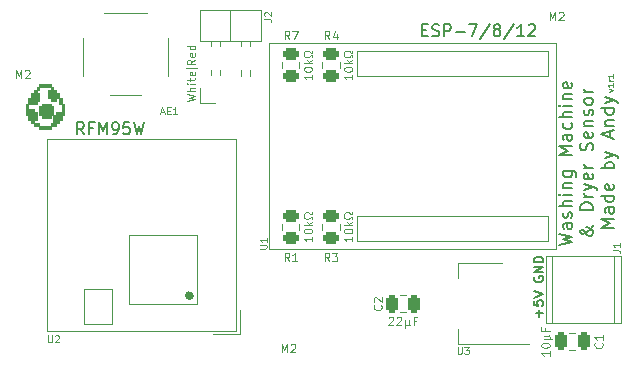
<source format=gto>
G04 #@! TF.GenerationSoftware,KiCad,Pcbnew,(6.0.2)*
G04 #@! TF.CreationDate,2022-09-28T01:25:07+02:00*
G04 #@! TF.ProjectId,Washing-Machine-Sensor,57617368-696e-4672-9d4d-616368696e65,rev?*
G04 #@! TF.SameCoordinates,Original*
G04 #@! TF.FileFunction,Legend,Top*
G04 #@! TF.FilePolarity,Positive*
%FSLAX46Y46*%
G04 Gerber Fmt 4.6, Leading zero omitted, Abs format (unit mm)*
G04 Created by KiCad (PCBNEW (6.0.2)) date 2022-09-28 01:25:07*
%MOMM*%
%LPD*%
G01*
G04 APERTURE LIST*
G04 Aperture macros list*
%AMRoundRect*
0 Rectangle with rounded corners*
0 $1 Rounding radius*
0 $2 $3 $4 $5 $6 $7 $8 $9 X,Y pos of 4 corners*
0 Add a 4 corners polygon primitive as box body*
4,1,4,$2,$3,$4,$5,$6,$7,$8,$9,$2,$3,0*
0 Add four circle primitives for the rounded corners*
1,1,$1+$1,$2,$3*
1,1,$1+$1,$4,$5*
1,1,$1+$1,$6,$7*
1,1,$1+$1,$8,$9*
0 Add four rect primitives between the rounded corners*
20,1,$1+$1,$2,$3,$4,$5,0*
20,1,$1+$1,$4,$5,$6,$7,0*
20,1,$1+$1,$6,$7,$8,$9,0*
20,1,$1+$1,$8,$9,$2,$3,0*%
G04 Aperture macros list end*
%ADD10C,0.120000*%
%ADD11C,0.100000*%
%ADD12C,0.360000*%
%ADD13C,0.150000*%
%ADD14C,0.200000*%
%ADD15C,0.010000*%
%ADD16R,1.350000X1.350000*%
%ADD17O,1.350000X1.350000*%
%ADD18C,1.350000*%
%ADD19RoundRect,0.250000X0.250000X0.475000X-0.250000X0.475000X-0.250000X-0.475000X0.250000X-0.475000X0*%
%ADD20RoundRect,0.250000X0.450000X-0.262500X0.450000X0.262500X-0.450000X0.262500X-0.450000X-0.262500X0*%
%ADD21R,2.200000X2.200000*%
%ADD22C,2.200000*%
%ADD23C,0.700000*%
%ADD24C,4.400000*%
%ADD25RoundRect,0.250000X-0.450000X0.262500X-0.450000X-0.262500X0.450000X-0.262500X0.450000X0.262500X0*%
%ADD26R,2.000000X1.500000*%
%ADD27R,2.000000X3.800000*%
%ADD28C,2.250000*%
%ADD29R,1.700000X1.700000*%
%ADD30O,1.700000X1.700000*%
%ADD31R,1.600000X1.600000*%
%ADD32O,1.600000X1.600000*%
G04 APERTURE END LIST*
D10*
X161800000Y-109300000D02*
X167600000Y-109300000D01*
X167600000Y-109300000D02*
X167600000Y-115100000D01*
X167600000Y-115100000D02*
X161800000Y-115100000D01*
X161800000Y-115100000D02*
X161800000Y-109300000D01*
X158000000Y-113900000D02*
X160400000Y-113900000D01*
X160400000Y-113900000D02*
X160400000Y-116800000D01*
X160400000Y-116800000D02*
X158000000Y-116800000D01*
X158000000Y-116800000D02*
X158000000Y-113900000D01*
D11*
X167204628Y-114400000D02*
X167186257Y-114295811D01*
X167186257Y-114295811D02*
X167133359Y-114204189D01*
X167133359Y-114204189D02*
X167052314Y-114136184D01*
X167052314Y-114136184D02*
X166952898Y-114100000D01*
X166952898Y-114100000D02*
X166847102Y-114100000D01*
X166847102Y-114100000D02*
X166747686Y-114136184D01*
X166747686Y-114136184D02*
X166666641Y-114204189D01*
X166666641Y-114204189D02*
X166613743Y-114295811D01*
X166613743Y-114295811D02*
X166595372Y-114400000D01*
X166595372Y-114400000D02*
X166613743Y-114504189D01*
X166613743Y-114504189D02*
X166666641Y-114595811D01*
X166666641Y-114595811D02*
X166747686Y-114663816D01*
X166747686Y-114663816D02*
X166847102Y-114700000D01*
X166847102Y-114700000D02*
X166952898Y-114700000D01*
X166952898Y-114700000D02*
X167052314Y-114663816D01*
X167052314Y-114663816D02*
X167133359Y-114595811D01*
X167133359Y-114595811D02*
X167186257Y-114504189D01*
X167186257Y-114504189D02*
X167204628Y-114400000D01*
D12*
X167080000Y-114400000D02*
G75*
G03*
X167080000Y-114400000I-180000J0D01*
G01*
D10*
X167600000Y-95150000D02*
X166650000Y-95150000D01*
D13*
X196100000Y-112809523D02*
X196061904Y-112885714D01*
X196061904Y-113000000D01*
X196100000Y-113114285D01*
X196176190Y-113190476D01*
X196252380Y-113228571D01*
X196404761Y-113266666D01*
X196519047Y-113266666D01*
X196671428Y-113228571D01*
X196747619Y-113190476D01*
X196823809Y-113114285D01*
X196861904Y-113000000D01*
X196861904Y-112923809D01*
X196823809Y-112809523D01*
X196785714Y-112771428D01*
X196519047Y-112771428D01*
X196519047Y-112923809D01*
X196861904Y-112428571D02*
X196061904Y-112428571D01*
X196861904Y-111971428D01*
X196061904Y-111971428D01*
X196861904Y-111590476D02*
X196061904Y-111590476D01*
X196061904Y-111400000D01*
X196100000Y-111285714D01*
X196176190Y-111209523D01*
X196252380Y-111171428D01*
X196404761Y-111133333D01*
X196519047Y-111133333D01*
X196671428Y-111171428D01*
X196747619Y-111209523D01*
X196823809Y-111285714D01*
X196861904Y-111400000D01*
X196861904Y-111590476D01*
D10*
X166716666Y-97983333D02*
X167416666Y-97816666D01*
X166916666Y-97683333D01*
X167416666Y-97550000D01*
X166716666Y-97383333D01*
X167416666Y-97116666D02*
X166716666Y-97116666D01*
X167416666Y-96816666D02*
X167050000Y-96816666D01*
X166983333Y-96850000D01*
X166950000Y-96916666D01*
X166950000Y-97016666D01*
X166983333Y-97083333D01*
X167016666Y-97116666D01*
X167416666Y-96483333D02*
X166950000Y-96483333D01*
X166716666Y-96483333D02*
X166750000Y-96516666D01*
X166783333Y-96483333D01*
X166750000Y-96450000D01*
X166716666Y-96483333D01*
X166783333Y-96483333D01*
X166950000Y-96250000D02*
X166950000Y-95983333D01*
X166716666Y-96150000D02*
X167316666Y-96150000D01*
X167383333Y-96116666D01*
X167416666Y-96050000D01*
X167416666Y-95983333D01*
X167383333Y-95483333D02*
X167416666Y-95550000D01*
X167416666Y-95683333D01*
X167383333Y-95750000D01*
X167316666Y-95783333D01*
X167050000Y-95783333D01*
X166983333Y-95750000D01*
X166950000Y-95683333D01*
X166950000Y-95550000D01*
X166983333Y-95483333D01*
X167050000Y-95450000D01*
X167116666Y-95450000D01*
X167183333Y-95783333D01*
D13*
X196557142Y-116228571D02*
X196557142Y-115619047D01*
X196861904Y-115923809D02*
X196252380Y-115923809D01*
X196061904Y-114857142D02*
X196061904Y-115238095D01*
X196442857Y-115276190D01*
X196404761Y-115238095D01*
X196366666Y-115161904D01*
X196366666Y-114971428D01*
X196404761Y-114895238D01*
X196442857Y-114857142D01*
X196519047Y-114819047D01*
X196709523Y-114819047D01*
X196785714Y-114857142D01*
X196823809Y-114895238D01*
X196861904Y-114971428D01*
X196861904Y-115161904D01*
X196823809Y-115238095D01*
X196785714Y-115276190D01*
X196061904Y-114590476D02*
X196861904Y-114323809D01*
X196061904Y-114057142D01*
D14*
X198226619Y-110114285D02*
X199326619Y-109852380D01*
X198540904Y-109642857D01*
X199326619Y-109433333D01*
X198226619Y-109171428D01*
X199326619Y-108280952D02*
X198750428Y-108280952D01*
X198645666Y-108333333D01*
X198593285Y-108438095D01*
X198593285Y-108647619D01*
X198645666Y-108752380D01*
X199274238Y-108280952D02*
X199326619Y-108385714D01*
X199326619Y-108647619D01*
X199274238Y-108752380D01*
X199169476Y-108804761D01*
X199064714Y-108804761D01*
X198959952Y-108752380D01*
X198907571Y-108647619D01*
X198907571Y-108385714D01*
X198855190Y-108280952D01*
X199274238Y-107809523D02*
X199326619Y-107704761D01*
X199326619Y-107495238D01*
X199274238Y-107390476D01*
X199169476Y-107338095D01*
X199117095Y-107338095D01*
X199012333Y-107390476D01*
X198959952Y-107495238D01*
X198959952Y-107652380D01*
X198907571Y-107757142D01*
X198802809Y-107809523D01*
X198750428Y-107809523D01*
X198645666Y-107757142D01*
X198593285Y-107652380D01*
X198593285Y-107495238D01*
X198645666Y-107390476D01*
X199326619Y-106866666D02*
X198226619Y-106866666D01*
X199326619Y-106395238D02*
X198750428Y-106395238D01*
X198645666Y-106447619D01*
X198593285Y-106552380D01*
X198593285Y-106709523D01*
X198645666Y-106814285D01*
X198698047Y-106866666D01*
X199326619Y-105871428D02*
X198593285Y-105871428D01*
X198226619Y-105871428D02*
X198279000Y-105923809D01*
X198331380Y-105871428D01*
X198279000Y-105819047D01*
X198226619Y-105871428D01*
X198331380Y-105871428D01*
X198593285Y-105347619D02*
X199326619Y-105347619D01*
X198698047Y-105347619D02*
X198645666Y-105295238D01*
X198593285Y-105190476D01*
X198593285Y-105033333D01*
X198645666Y-104928571D01*
X198750428Y-104876190D01*
X199326619Y-104876190D01*
X198593285Y-103880952D02*
X199483761Y-103880952D01*
X199588523Y-103933333D01*
X199640904Y-103985714D01*
X199693285Y-104090476D01*
X199693285Y-104247619D01*
X199640904Y-104352380D01*
X199274238Y-103880952D02*
X199326619Y-103985714D01*
X199326619Y-104195238D01*
X199274238Y-104300000D01*
X199221857Y-104352380D01*
X199117095Y-104404761D01*
X198802809Y-104404761D01*
X198698047Y-104352380D01*
X198645666Y-104300000D01*
X198593285Y-104195238D01*
X198593285Y-103985714D01*
X198645666Y-103880952D01*
X199326619Y-102519047D02*
X198226619Y-102519047D01*
X199012333Y-102152380D01*
X198226619Y-101785714D01*
X199326619Y-101785714D01*
X199326619Y-100790476D02*
X198750428Y-100790476D01*
X198645666Y-100842857D01*
X198593285Y-100947619D01*
X198593285Y-101157142D01*
X198645666Y-101261904D01*
X199274238Y-100790476D02*
X199326619Y-100895238D01*
X199326619Y-101157142D01*
X199274238Y-101261904D01*
X199169476Y-101314285D01*
X199064714Y-101314285D01*
X198959952Y-101261904D01*
X198907571Y-101157142D01*
X198907571Y-100895238D01*
X198855190Y-100790476D01*
X199274238Y-99795238D02*
X199326619Y-99900000D01*
X199326619Y-100109523D01*
X199274238Y-100214285D01*
X199221857Y-100266666D01*
X199117095Y-100319047D01*
X198802809Y-100319047D01*
X198698047Y-100266666D01*
X198645666Y-100214285D01*
X198593285Y-100109523D01*
X198593285Y-99900000D01*
X198645666Y-99795238D01*
X199326619Y-99323809D02*
X198226619Y-99323809D01*
X199326619Y-98852380D02*
X198750428Y-98852380D01*
X198645666Y-98904761D01*
X198593285Y-99009523D01*
X198593285Y-99166666D01*
X198645666Y-99271428D01*
X198698047Y-99323809D01*
X199326619Y-98328571D02*
X198593285Y-98328571D01*
X198226619Y-98328571D02*
X198279000Y-98380952D01*
X198331380Y-98328571D01*
X198279000Y-98276190D01*
X198226619Y-98328571D01*
X198331380Y-98328571D01*
X198593285Y-97804761D02*
X199326619Y-97804761D01*
X198698047Y-97804761D02*
X198645666Y-97752380D01*
X198593285Y-97647619D01*
X198593285Y-97490476D01*
X198645666Y-97385714D01*
X198750428Y-97333333D01*
X199326619Y-97333333D01*
X199274238Y-96390476D02*
X199326619Y-96495238D01*
X199326619Y-96704761D01*
X199274238Y-96809523D01*
X199169476Y-96861904D01*
X198750428Y-96861904D01*
X198645666Y-96809523D01*
X198593285Y-96704761D01*
X198593285Y-96495238D01*
X198645666Y-96390476D01*
X198750428Y-96338095D01*
X198855190Y-96338095D01*
X198959952Y-96861904D01*
X201097619Y-108464285D02*
X201097619Y-108516666D01*
X201045238Y-108621428D01*
X200888095Y-108778571D01*
X200573809Y-109040476D01*
X200416666Y-109145238D01*
X200259523Y-109197619D01*
X200154761Y-109197619D01*
X200050000Y-109145238D01*
X199997619Y-109040476D01*
X199997619Y-108988095D01*
X200050000Y-108883333D01*
X200154761Y-108830952D01*
X200207142Y-108830952D01*
X200311904Y-108883333D01*
X200364285Y-108935714D01*
X200573809Y-109250000D01*
X200626190Y-109302380D01*
X200730952Y-109354761D01*
X200888095Y-109354761D01*
X200992857Y-109302380D01*
X201045238Y-109250000D01*
X201097619Y-109145238D01*
X201097619Y-108988095D01*
X201045238Y-108883333D01*
X200992857Y-108830952D01*
X200783333Y-108673809D01*
X200626190Y-108621428D01*
X200521428Y-108621428D01*
X201097619Y-107154761D02*
X199997619Y-107154761D01*
X199997619Y-106892857D01*
X200050000Y-106735714D01*
X200154761Y-106630952D01*
X200259523Y-106578571D01*
X200469047Y-106526190D01*
X200626190Y-106526190D01*
X200835714Y-106578571D01*
X200940476Y-106630952D01*
X201045238Y-106735714D01*
X201097619Y-106892857D01*
X201097619Y-107154761D01*
X201097619Y-106054761D02*
X200364285Y-106054761D01*
X200573809Y-106054761D02*
X200469047Y-106002380D01*
X200416666Y-105950000D01*
X200364285Y-105845238D01*
X200364285Y-105740476D01*
X200364285Y-105478571D02*
X201097619Y-105216666D01*
X200364285Y-104954761D02*
X201097619Y-105216666D01*
X201359523Y-105321428D01*
X201411904Y-105373809D01*
X201464285Y-105478571D01*
X201045238Y-104116666D02*
X201097619Y-104221428D01*
X201097619Y-104430952D01*
X201045238Y-104535714D01*
X200940476Y-104588095D01*
X200521428Y-104588095D01*
X200416666Y-104535714D01*
X200364285Y-104430952D01*
X200364285Y-104221428D01*
X200416666Y-104116666D01*
X200521428Y-104064285D01*
X200626190Y-104064285D01*
X200730952Y-104588095D01*
X201097619Y-103592857D02*
X200364285Y-103592857D01*
X200573809Y-103592857D02*
X200469047Y-103540476D01*
X200416666Y-103488095D01*
X200364285Y-103383333D01*
X200364285Y-103278571D01*
X201045238Y-102126190D02*
X201097619Y-101969047D01*
X201097619Y-101707142D01*
X201045238Y-101602380D01*
X200992857Y-101550000D01*
X200888095Y-101497619D01*
X200783333Y-101497619D01*
X200678571Y-101550000D01*
X200626190Y-101602380D01*
X200573809Y-101707142D01*
X200521428Y-101916666D01*
X200469047Y-102021428D01*
X200416666Y-102073809D01*
X200311904Y-102126190D01*
X200207142Y-102126190D01*
X200102380Y-102073809D01*
X200050000Y-102021428D01*
X199997619Y-101916666D01*
X199997619Y-101654761D01*
X200050000Y-101497619D01*
X201045238Y-100607142D02*
X201097619Y-100711904D01*
X201097619Y-100921428D01*
X201045238Y-101026190D01*
X200940476Y-101078571D01*
X200521428Y-101078571D01*
X200416666Y-101026190D01*
X200364285Y-100921428D01*
X200364285Y-100711904D01*
X200416666Y-100607142D01*
X200521428Y-100554761D01*
X200626190Y-100554761D01*
X200730952Y-101078571D01*
X200364285Y-100083333D02*
X201097619Y-100083333D01*
X200469047Y-100083333D02*
X200416666Y-100030952D01*
X200364285Y-99926190D01*
X200364285Y-99769047D01*
X200416666Y-99664285D01*
X200521428Y-99611904D01*
X201097619Y-99611904D01*
X201045238Y-99140476D02*
X201097619Y-99035714D01*
X201097619Y-98826190D01*
X201045238Y-98721428D01*
X200940476Y-98669047D01*
X200888095Y-98669047D01*
X200783333Y-98721428D01*
X200730952Y-98826190D01*
X200730952Y-98983333D01*
X200678571Y-99088095D01*
X200573809Y-99140476D01*
X200521428Y-99140476D01*
X200416666Y-99088095D01*
X200364285Y-98983333D01*
X200364285Y-98826190D01*
X200416666Y-98721428D01*
X201097619Y-98040476D02*
X201045238Y-98145238D01*
X200992857Y-98197619D01*
X200888095Y-98250000D01*
X200573809Y-98250000D01*
X200469047Y-98197619D01*
X200416666Y-98145238D01*
X200364285Y-98040476D01*
X200364285Y-97883333D01*
X200416666Y-97778571D01*
X200469047Y-97726190D01*
X200573809Y-97673809D01*
X200888095Y-97673809D01*
X200992857Y-97726190D01*
X201045238Y-97778571D01*
X201097619Y-97883333D01*
X201097619Y-98040476D01*
X201097619Y-97202380D02*
X200364285Y-97202380D01*
X200573809Y-97202380D02*
X200469047Y-97150000D01*
X200416666Y-97097619D01*
X200364285Y-96992857D01*
X200364285Y-96888095D01*
X202868619Y-108673809D02*
X201768619Y-108673809D01*
X202554333Y-108307142D01*
X201768619Y-107940476D01*
X202868619Y-107940476D01*
X202868619Y-106945238D02*
X202292428Y-106945238D01*
X202187666Y-106997619D01*
X202135285Y-107102380D01*
X202135285Y-107311904D01*
X202187666Y-107416666D01*
X202816238Y-106945238D02*
X202868619Y-107050000D01*
X202868619Y-107311904D01*
X202816238Y-107416666D01*
X202711476Y-107469047D01*
X202606714Y-107469047D01*
X202501952Y-107416666D01*
X202449571Y-107311904D01*
X202449571Y-107050000D01*
X202397190Y-106945238D01*
X202868619Y-105950000D02*
X201768619Y-105950000D01*
X202816238Y-105950000D02*
X202868619Y-106054761D01*
X202868619Y-106264285D01*
X202816238Y-106369047D01*
X202763857Y-106421428D01*
X202659095Y-106473809D01*
X202344809Y-106473809D01*
X202240047Y-106421428D01*
X202187666Y-106369047D01*
X202135285Y-106264285D01*
X202135285Y-106054761D01*
X202187666Y-105950000D01*
X202816238Y-105007142D02*
X202868619Y-105111904D01*
X202868619Y-105321428D01*
X202816238Y-105426190D01*
X202711476Y-105478571D01*
X202292428Y-105478571D01*
X202187666Y-105426190D01*
X202135285Y-105321428D01*
X202135285Y-105111904D01*
X202187666Y-105007142D01*
X202292428Y-104954761D01*
X202397190Y-104954761D01*
X202501952Y-105478571D01*
X202868619Y-103645238D02*
X201768619Y-103645238D01*
X202187666Y-103645238D02*
X202135285Y-103540476D01*
X202135285Y-103330952D01*
X202187666Y-103226190D01*
X202240047Y-103173809D01*
X202344809Y-103121428D01*
X202659095Y-103121428D01*
X202763857Y-103173809D01*
X202816238Y-103226190D01*
X202868619Y-103330952D01*
X202868619Y-103540476D01*
X202816238Y-103645238D01*
X202135285Y-102754761D02*
X202868619Y-102492857D01*
X202135285Y-102230952D02*
X202868619Y-102492857D01*
X203130523Y-102597619D01*
X203182904Y-102650000D01*
X203235285Y-102754761D01*
X202554333Y-101026190D02*
X202554333Y-100502380D01*
X202868619Y-101130952D02*
X201768619Y-100764285D01*
X202868619Y-100397619D01*
X202135285Y-100030952D02*
X202868619Y-100030952D01*
X202240047Y-100030952D02*
X202187666Y-99978571D01*
X202135285Y-99873809D01*
X202135285Y-99716666D01*
X202187666Y-99611904D01*
X202292428Y-99559523D01*
X202868619Y-99559523D01*
X202868619Y-98564285D02*
X201768619Y-98564285D01*
X202816238Y-98564285D02*
X202868619Y-98669047D01*
X202868619Y-98878571D01*
X202816238Y-98983333D01*
X202763857Y-99035714D01*
X202659095Y-99088095D01*
X202344809Y-99088095D01*
X202240047Y-99035714D01*
X202187666Y-98983333D01*
X202135285Y-98878571D01*
X202135285Y-98669047D01*
X202187666Y-98564285D01*
X202135285Y-98145238D02*
X202868619Y-97883333D01*
X202135285Y-97621428D02*
X202868619Y-97883333D01*
X203130523Y-97988095D01*
X203182904Y-98040476D01*
X203235285Y-98145238D01*
D10*
X167416666Y-94450000D02*
X167083333Y-94683333D01*
X167416666Y-94850000D02*
X166716666Y-94850000D01*
X166716666Y-94583333D01*
X166750000Y-94516666D01*
X166783333Y-94483333D01*
X166850000Y-94450000D01*
X166950000Y-94450000D01*
X167016666Y-94483333D01*
X167050000Y-94516666D01*
X167083333Y-94583333D01*
X167083333Y-94850000D01*
X167383333Y-93883333D02*
X167416666Y-93950000D01*
X167416666Y-94083333D01*
X167383333Y-94150000D01*
X167316666Y-94183333D01*
X167050000Y-94183333D01*
X166983333Y-94150000D01*
X166950000Y-94083333D01*
X166950000Y-93950000D01*
X166983333Y-93883333D01*
X167050000Y-93850000D01*
X167116666Y-93850000D01*
X167183333Y-94183333D01*
X167416666Y-93250000D02*
X166716666Y-93250000D01*
X167383333Y-93250000D02*
X167416666Y-93316666D01*
X167416666Y-93450000D01*
X167383333Y-93516666D01*
X167350000Y-93550000D01*
X167283333Y-93583333D01*
X167083333Y-93583333D01*
X167016666Y-93550000D01*
X166983333Y-93516666D01*
X166950000Y-93450000D01*
X166950000Y-93316666D01*
X166983333Y-93250000D01*
D11*
X202492857Y-97150000D02*
X202826190Y-97030952D01*
X202492857Y-96911904D01*
X202826190Y-96459523D02*
X202826190Y-96745238D01*
X202826190Y-96602380D02*
X202326190Y-96602380D01*
X202397619Y-96650000D01*
X202445238Y-96697619D01*
X202469047Y-96745238D01*
X202826190Y-96245238D02*
X202492857Y-96245238D01*
X202588095Y-96245238D02*
X202540476Y-96221428D01*
X202516666Y-96197619D01*
X202492857Y-96150000D01*
X202492857Y-96102380D01*
X202826190Y-95673809D02*
X202826190Y-95959523D01*
X202826190Y-95816666D02*
X202326190Y-95816666D01*
X202397619Y-95864285D01*
X202445238Y-95911904D01*
X202469047Y-95959523D01*
D10*
X172871428Y-110457142D02*
X173357142Y-110457142D01*
X173414285Y-110428571D01*
X173442857Y-110400000D01*
X173471428Y-110342857D01*
X173471428Y-110228571D01*
X173442857Y-110171428D01*
X173414285Y-110142857D01*
X173357142Y-110114285D01*
X172871428Y-110114285D01*
X173471428Y-109514285D02*
X173471428Y-109857142D01*
X173471428Y-109685714D02*
X172871428Y-109685714D01*
X172957142Y-109742857D01*
X173014285Y-109800000D01*
X173042857Y-109857142D01*
D14*
X186638095Y-91928571D02*
X186971428Y-91928571D01*
X187114285Y-92452380D02*
X186638095Y-92452380D01*
X186638095Y-91452380D01*
X187114285Y-91452380D01*
X187495238Y-92404761D02*
X187638095Y-92452380D01*
X187876190Y-92452380D01*
X187971428Y-92404761D01*
X188019047Y-92357142D01*
X188066666Y-92261904D01*
X188066666Y-92166666D01*
X188019047Y-92071428D01*
X187971428Y-92023809D01*
X187876190Y-91976190D01*
X187685714Y-91928571D01*
X187590476Y-91880952D01*
X187542857Y-91833333D01*
X187495238Y-91738095D01*
X187495238Y-91642857D01*
X187542857Y-91547619D01*
X187590476Y-91500000D01*
X187685714Y-91452380D01*
X187923809Y-91452380D01*
X188066666Y-91500000D01*
X188495238Y-92452380D02*
X188495238Y-91452380D01*
X188876190Y-91452380D01*
X188971428Y-91500000D01*
X189019047Y-91547619D01*
X189066666Y-91642857D01*
X189066666Y-91785714D01*
X189019047Y-91880952D01*
X188971428Y-91928571D01*
X188876190Y-91976190D01*
X188495238Y-91976190D01*
X189495238Y-92071428D02*
X190257142Y-92071428D01*
X190638095Y-91452380D02*
X191304761Y-91452380D01*
X190876190Y-92452380D01*
X192400000Y-91404761D02*
X191542857Y-92690476D01*
X192876190Y-91880952D02*
X192780952Y-91833333D01*
X192733333Y-91785714D01*
X192685714Y-91690476D01*
X192685714Y-91642857D01*
X192733333Y-91547619D01*
X192780952Y-91500000D01*
X192876190Y-91452380D01*
X193066666Y-91452380D01*
X193161904Y-91500000D01*
X193209523Y-91547619D01*
X193257142Y-91642857D01*
X193257142Y-91690476D01*
X193209523Y-91785714D01*
X193161904Y-91833333D01*
X193066666Y-91880952D01*
X192876190Y-91880952D01*
X192780952Y-91928571D01*
X192733333Y-91976190D01*
X192685714Y-92071428D01*
X192685714Y-92261904D01*
X192733333Y-92357142D01*
X192780952Y-92404761D01*
X192876190Y-92452380D01*
X193066666Y-92452380D01*
X193161904Y-92404761D01*
X193209523Y-92357142D01*
X193257142Y-92261904D01*
X193257142Y-92071428D01*
X193209523Y-91976190D01*
X193161904Y-91928571D01*
X193066666Y-91880952D01*
X194400000Y-91404761D02*
X193542857Y-92690476D01*
X195257142Y-92452380D02*
X194685714Y-92452380D01*
X194971428Y-92452380D02*
X194971428Y-91452380D01*
X194876190Y-91595238D01*
X194780952Y-91690476D01*
X194685714Y-91738095D01*
X195638095Y-91547619D02*
X195685714Y-91500000D01*
X195780952Y-91452380D01*
X196019047Y-91452380D01*
X196114285Y-91500000D01*
X196161904Y-91547619D01*
X196209523Y-91642857D01*
X196209523Y-91738095D01*
X196161904Y-91880952D01*
X195590476Y-92452380D01*
X196209523Y-92452380D01*
D10*
X201850000Y-118416666D02*
X201883333Y-118450000D01*
X201916666Y-118550000D01*
X201916666Y-118616666D01*
X201883333Y-118716666D01*
X201816666Y-118783333D01*
X201750000Y-118816666D01*
X201616666Y-118850000D01*
X201516666Y-118850000D01*
X201383333Y-118816666D01*
X201316666Y-118783333D01*
X201250000Y-118716666D01*
X201216666Y-118616666D01*
X201216666Y-118550000D01*
X201250000Y-118450000D01*
X201283333Y-118416666D01*
X201916666Y-117750000D02*
X201916666Y-118150000D01*
X201916666Y-117950000D02*
X201216666Y-117950000D01*
X201316666Y-118016666D01*
X201383333Y-118083333D01*
X201416666Y-118150000D01*
X197416666Y-119100000D02*
X197416666Y-119500000D01*
X197416666Y-119300000D02*
X196716666Y-119300000D01*
X196816666Y-119366666D01*
X196883333Y-119433333D01*
X196916666Y-119500000D01*
X196716666Y-118666666D02*
X196716666Y-118600000D01*
X196750000Y-118533333D01*
X196783333Y-118500000D01*
X196850000Y-118466666D01*
X196983333Y-118433333D01*
X197150000Y-118433333D01*
X197283333Y-118466666D01*
X197350000Y-118500000D01*
X197383333Y-118533333D01*
X197416666Y-118600000D01*
X197416666Y-118666666D01*
X197383333Y-118733333D01*
X197350000Y-118766666D01*
X197283333Y-118800000D01*
X197150000Y-118833333D01*
X196983333Y-118833333D01*
X196850000Y-118800000D01*
X196783333Y-118766666D01*
X196750000Y-118733333D01*
X196716666Y-118666666D01*
X196950000Y-118133333D02*
X197650000Y-118133333D01*
X197316666Y-117800000D02*
X197383333Y-117766666D01*
X197416666Y-117700000D01*
X197316666Y-118133333D02*
X197383333Y-118100000D01*
X197416666Y-118033333D01*
X197416666Y-117900000D01*
X197383333Y-117833333D01*
X197316666Y-117800000D01*
X196950000Y-117800000D01*
X197050000Y-117166666D02*
X197050000Y-117400000D01*
X197416666Y-117400000D02*
X196716666Y-117400000D01*
X196716666Y-117066666D01*
X175383333Y-111516666D02*
X175150000Y-111183333D01*
X174983333Y-111516666D02*
X174983333Y-110816666D01*
X175250000Y-110816666D01*
X175316666Y-110850000D01*
X175350000Y-110883333D01*
X175383333Y-110950000D01*
X175383333Y-111050000D01*
X175350000Y-111116666D01*
X175316666Y-111150000D01*
X175250000Y-111183333D01*
X174983333Y-111183333D01*
X176050000Y-111516666D02*
X175650000Y-111516666D01*
X175850000Y-111516666D02*
X175850000Y-110816666D01*
X175783333Y-110916666D01*
X175716666Y-110983333D01*
X175650000Y-111016666D01*
X177316666Y-109416666D02*
X177316666Y-109816666D01*
X177316666Y-109616666D02*
X176616666Y-109616666D01*
X176716666Y-109683333D01*
X176783333Y-109750000D01*
X176816666Y-109816666D01*
X176616666Y-108983333D02*
X176616666Y-108916666D01*
X176650000Y-108850000D01*
X176683333Y-108816666D01*
X176750000Y-108783333D01*
X176883333Y-108750000D01*
X177050000Y-108750000D01*
X177183333Y-108783333D01*
X177250000Y-108816666D01*
X177283333Y-108850000D01*
X177316666Y-108916666D01*
X177316666Y-108983333D01*
X177283333Y-109050000D01*
X177250000Y-109083333D01*
X177183333Y-109116666D01*
X177050000Y-109150000D01*
X176883333Y-109150000D01*
X176750000Y-109116666D01*
X176683333Y-109083333D01*
X176650000Y-109050000D01*
X176616666Y-108983333D01*
X177316666Y-108450000D02*
X176616666Y-108450000D01*
X177050000Y-108383333D02*
X177316666Y-108183333D01*
X176850000Y-108183333D02*
X177116666Y-108450000D01*
X177316666Y-107916666D02*
X177316666Y-107750000D01*
X177183333Y-107750000D01*
X177150000Y-107816666D01*
X177083333Y-107883333D01*
X176983333Y-107916666D01*
X176816666Y-107916666D01*
X176716666Y-107883333D01*
X176650000Y-107816666D01*
X176616666Y-107716666D01*
X176616666Y-107583333D01*
X176650000Y-107483333D01*
X176716666Y-107416666D01*
X176816666Y-107383333D01*
X176983333Y-107383333D01*
X177083333Y-107416666D01*
X177150000Y-107483333D01*
X177183333Y-107550000D01*
X177316666Y-107550000D01*
X177316666Y-107383333D01*
D11*
X202771428Y-110600000D02*
X203200000Y-110600000D01*
X203285714Y-110628571D01*
X203342857Y-110685714D01*
X203371428Y-110771428D01*
X203371428Y-110828571D01*
X203371428Y-110000000D02*
X203371428Y-110342857D01*
X203371428Y-110171428D02*
X202771428Y-110171428D01*
X202857142Y-110228571D01*
X202914285Y-110285714D01*
X202942857Y-110342857D01*
D10*
X178783333Y-111516666D02*
X178550000Y-111183333D01*
X178383333Y-111516666D02*
X178383333Y-110816666D01*
X178650000Y-110816666D01*
X178716666Y-110850000D01*
X178750000Y-110883333D01*
X178783333Y-110950000D01*
X178783333Y-111050000D01*
X178750000Y-111116666D01*
X178716666Y-111150000D01*
X178650000Y-111183333D01*
X178383333Y-111183333D01*
X179016666Y-110816666D02*
X179450000Y-110816666D01*
X179216666Y-111083333D01*
X179316666Y-111083333D01*
X179383333Y-111116666D01*
X179416666Y-111150000D01*
X179450000Y-111216666D01*
X179450000Y-111383333D01*
X179416666Y-111450000D01*
X179383333Y-111483333D01*
X179316666Y-111516666D01*
X179116666Y-111516666D01*
X179050000Y-111483333D01*
X179016666Y-111450000D01*
X180716666Y-109416666D02*
X180716666Y-109816666D01*
X180716666Y-109616666D02*
X180016666Y-109616666D01*
X180116666Y-109683333D01*
X180183333Y-109750000D01*
X180216666Y-109816666D01*
X180016666Y-108983333D02*
X180016666Y-108916666D01*
X180050000Y-108850000D01*
X180083333Y-108816666D01*
X180150000Y-108783333D01*
X180283333Y-108750000D01*
X180450000Y-108750000D01*
X180583333Y-108783333D01*
X180650000Y-108816666D01*
X180683333Y-108850000D01*
X180716666Y-108916666D01*
X180716666Y-108983333D01*
X180683333Y-109050000D01*
X180650000Y-109083333D01*
X180583333Y-109116666D01*
X180450000Y-109150000D01*
X180283333Y-109150000D01*
X180150000Y-109116666D01*
X180083333Y-109083333D01*
X180050000Y-109050000D01*
X180016666Y-108983333D01*
X180716666Y-108450000D02*
X180016666Y-108450000D01*
X180450000Y-108383333D02*
X180716666Y-108183333D01*
X180250000Y-108183333D02*
X180516666Y-108450000D01*
X180716666Y-107916666D02*
X180716666Y-107750000D01*
X180583333Y-107750000D01*
X180550000Y-107816666D01*
X180483333Y-107883333D01*
X180383333Y-107916666D01*
X180216666Y-107916666D01*
X180116666Y-107883333D01*
X180050000Y-107816666D01*
X180016666Y-107716666D01*
X180016666Y-107583333D01*
X180050000Y-107483333D01*
X180116666Y-107416666D01*
X180216666Y-107383333D01*
X180383333Y-107383333D01*
X180483333Y-107416666D01*
X180550000Y-107483333D01*
X180583333Y-107550000D01*
X180716666Y-107550000D01*
X180716666Y-107383333D01*
X152233333Y-96016666D02*
X152233333Y-95316666D01*
X152466666Y-95816666D01*
X152700000Y-95316666D01*
X152700000Y-96016666D01*
X153000000Y-95383333D02*
X153033333Y-95350000D01*
X153100000Y-95316666D01*
X153266666Y-95316666D01*
X153333333Y-95350000D01*
X153366666Y-95383333D01*
X153400000Y-95450000D01*
X153400000Y-95516666D01*
X153366666Y-95616666D01*
X152966666Y-96016666D01*
X153400000Y-96016666D01*
X174733333Y-119216666D02*
X174733333Y-118516666D01*
X174966666Y-119016666D01*
X175200000Y-118516666D01*
X175200000Y-119216666D01*
X175500000Y-118583333D02*
X175533333Y-118550000D01*
X175600000Y-118516666D01*
X175766666Y-118516666D01*
X175833333Y-118550000D01*
X175866666Y-118583333D01*
X175900000Y-118650000D01*
X175900000Y-118716666D01*
X175866666Y-118816666D01*
X175466666Y-119216666D01*
X175900000Y-119216666D01*
X175383333Y-92716666D02*
X175150000Y-92383333D01*
X174983333Y-92716666D02*
X174983333Y-92016666D01*
X175250000Y-92016666D01*
X175316666Y-92050000D01*
X175350000Y-92083333D01*
X175383333Y-92150000D01*
X175383333Y-92250000D01*
X175350000Y-92316666D01*
X175316666Y-92350000D01*
X175250000Y-92383333D01*
X174983333Y-92383333D01*
X175616666Y-92016666D02*
X176083333Y-92016666D01*
X175783333Y-92716666D01*
X177316666Y-95716666D02*
X177316666Y-96116666D01*
X177316666Y-95916666D02*
X176616666Y-95916666D01*
X176716666Y-95983333D01*
X176783333Y-96050000D01*
X176816666Y-96116666D01*
X176616666Y-95283333D02*
X176616666Y-95216666D01*
X176650000Y-95150000D01*
X176683333Y-95116666D01*
X176750000Y-95083333D01*
X176883333Y-95050000D01*
X177050000Y-95050000D01*
X177183333Y-95083333D01*
X177250000Y-95116666D01*
X177283333Y-95150000D01*
X177316666Y-95216666D01*
X177316666Y-95283333D01*
X177283333Y-95350000D01*
X177250000Y-95383333D01*
X177183333Y-95416666D01*
X177050000Y-95450000D01*
X176883333Y-95450000D01*
X176750000Y-95416666D01*
X176683333Y-95383333D01*
X176650000Y-95350000D01*
X176616666Y-95283333D01*
X177316666Y-94750000D02*
X176616666Y-94750000D01*
X177050000Y-94683333D02*
X177316666Y-94483333D01*
X176850000Y-94483333D02*
X177116666Y-94750000D01*
X177316666Y-94216666D02*
X177316666Y-94050000D01*
X177183333Y-94050000D01*
X177150000Y-94116666D01*
X177083333Y-94183333D01*
X176983333Y-94216666D01*
X176816666Y-94216666D01*
X176716666Y-94183333D01*
X176650000Y-94116666D01*
X176616666Y-94016666D01*
X176616666Y-93883333D01*
X176650000Y-93783333D01*
X176716666Y-93716666D01*
X176816666Y-93683333D01*
X176983333Y-93683333D01*
X177083333Y-93716666D01*
X177150000Y-93783333D01*
X177183333Y-93850000D01*
X177316666Y-93850000D01*
X177316666Y-93683333D01*
D11*
X154942857Y-117771428D02*
X154942857Y-118257142D01*
X154971428Y-118314285D01*
X155000000Y-118342857D01*
X155057142Y-118371428D01*
X155171428Y-118371428D01*
X155228571Y-118342857D01*
X155257142Y-118314285D01*
X155285714Y-118257142D01*
X155285714Y-117771428D01*
X155542857Y-117828571D02*
X155571428Y-117800000D01*
X155628571Y-117771428D01*
X155771428Y-117771428D01*
X155828571Y-117800000D01*
X155857142Y-117828571D01*
X155885714Y-117885714D01*
X155885714Y-117942857D01*
X155857142Y-118028571D01*
X155514285Y-118371428D01*
X155885714Y-118371428D01*
D14*
X157985714Y-100752380D02*
X157652380Y-100276190D01*
X157414285Y-100752380D02*
X157414285Y-99752380D01*
X157795238Y-99752380D01*
X157890476Y-99800000D01*
X157938095Y-99847619D01*
X157985714Y-99942857D01*
X157985714Y-100085714D01*
X157938095Y-100180952D01*
X157890476Y-100228571D01*
X157795238Y-100276190D01*
X157414285Y-100276190D01*
X158747619Y-100228571D02*
X158414285Y-100228571D01*
X158414285Y-100752380D02*
X158414285Y-99752380D01*
X158890476Y-99752380D01*
X159271428Y-100752380D02*
X159271428Y-99752380D01*
X159604761Y-100466666D01*
X159938095Y-99752380D01*
X159938095Y-100752380D01*
X160461904Y-100752380D02*
X160652380Y-100752380D01*
X160747619Y-100704761D01*
X160795238Y-100657142D01*
X160890476Y-100514285D01*
X160938095Y-100323809D01*
X160938095Y-99942857D01*
X160890476Y-99847619D01*
X160842857Y-99800000D01*
X160747619Y-99752380D01*
X160557142Y-99752380D01*
X160461904Y-99800000D01*
X160414285Y-99847619D01*
X160366666Y-99942857D01*
X160366666Y-100180952D01*
X160414285Y-100276190D01*
X160461904Y-100323809D01*
X160557142Y-100371428D01*
X160747619Y-100371428D01*
X160842857Y-100323809D01*
X160890476Y-100276190D01*
X160938095Y-100180952D01*
X161842857Y-99752380D02*
X161366666Y-99752380D01*
X161319047Y-100228571D01*
X161366666Y-100180952D01*
X161461904Y-100133333D01*
X161700000Y-100133333D01*
X161795238Y-100180952D01*
X161842857Y-100228571D01*
X161890476Y-100323809D01*
X161890476Y-100561904D01*
X161842857Y-100657142D01*
X161795238Y-100704761D01*
X161700000Y-100752380D01*
X161461904Y-100752380D01*
X161366666Y-100704761D01*
X161319047Y-100657142D01*
X162223809Y-99752380D02*
X162461904Y-100752380D01*
X162652380Y-100038095D01*
X162842857Y-100752380D01*
X163080952Y-99752380D01*
D11*
X189642857Y-118771428D02*
X189642857Y-119257142D01*
X189671428Y-119314285D01*
X189700000Y-119342857D01*
X189757142Y-119371428D01*
X189871428Y-119371428D01*
X189928571Y-119342857D01*
X189957142Y-119314285D01*
X189985714Y-119257142D01*
X189985714Y-118771428D01*
X190214285Y-118771428D02*
X190585714Y-118771428D01*
X190385714Y-119000000D01*
X190471428Y-119000000D01*
X190528571Y-119028571D01*
X190557142Y-119057142D01*
X190585714Y-119114285D01*
X190585714Y-119257142D01*
X190557142Y-119314285D01*
X190528571Y-119342857D01*
X190471428Y-119371428D01*
X190300000Y-119371428D01*
X190242857Y-119342857D01*
X190214285Y-119314285D01*
X164500000Y-98900000D02*
X164785714Y-98900000D01*
X164442857Y-99071428D02*
X164642857Y-98471428D01*
X164842857Y-99071428D01*
X165042857Y-98757142D02*
X165242857Y-98757142D01*
X165328571Y-99071428D02*
X165042857Y-99071428D01*
X165042857Y-98471428D01*
X165328571Y-98471428D01*
X165900000Y-99071428D02*
X165557142Y-99071428D01*
X165728571Y-99071428D02*
X165728571Y-98471428D01*
X165671428Y-98557142D01*
X165614285Y-98614285D01*
X165557142Y-98642857D01*
D10*
X183150000Y-115216666D02*
X183183333Y-115250000D01*
X183216666Y-115350000D01*
X183216666Y-115416666D01*
X183183333Y-115516666D01*
X183116666Y-115583333D01*
X183050000Y-115616666D01*
X182916666Y-115650000D01*
X182816666Y-115650000D01*
X182683333Y-115616666D01*
X182616666Y-115583333D01*
X182550000Y-115516666D01*
X182516666Y-115416666D01*
X182516666Y-115350000D01*
X182550000Y-115250000D01*
X182583333Y-115216666D01*
X182583333Y-114950000D02*
X182550000Y-114916666D01*
X182516666Y-114850000D01*
X182516666Y-114683333D01*
X182550000Y-114616666D01*
X182583333Y-114583333D01*
X182650000Y-114550000D01*
X182716666Y-114550000D01*
X182816666Y-114583333D01*
X183216666Y-114983333D01*
X183216666Y-114550000D01*
X183800000Y-116283333D02*
X183833333Y-116250000D01*
X183900000Y-116216666D01*
X184066666Y-116216666D01*
X184133333Y-116250000D01*
X184166666Y-116283333D01*
X184200000Y-116350000D01*
X184200000Y-116416666D01*
X184166666Y-116516666D01*
X183766666Y-116916666D01*
X184200000Y-116916666D01*
X184466666Y-116283333D02*
X184500000Y-116250000D01*
X184566666Y-116216666D01*
X184733333Y-116216666D01*
X184800000Y-116250000D01*
X184833333Y-116283333D01*
X184866666Y-116350000D01*
X184866666Y-116416666D01*
X184833333Y-116516666D01*
X184433333Y-116916666D01*
X184866666Y-116916666D01*
X185166666Y-116450000D02*
X185166666Y-117150000D01*
X185500000Y-116816666D02*
X185533333Y-116883333D01*
X185600000Y-116916666D01*
X185166666Y-116816666D02*
X185200000Y-116883333D01*
X185266666Y-116916666D01*
X185400000Y-116916666D01*
X185466666Y-116883333D01*
X185500000Y-116816666D01*
X185500000Y-116450000D01*
X186133333Y-116550000D02*
X185900000Y-116550000D01*
X185900000Y-116916666D02*
X185900000Y-116216666D01*
X186233333Y-116216666D01*
X197433333Y-91116666D02*
X197433333Y-90416666D01*
X197666666Y-90916666D01*
X197900000Y-90416666D01*
X197900000Y-91116666D01*
X198200000Y-90483333D02*
X198233333Y-90450000D01*
X198300000Y-90416666D01*
X198466666Y-90416666D01*
X198533333Y-90450000D01*
X198566666Y-90483333D01*
X198600000Y-90550000D01*
X198600000Y-90616666D01*
X198566666Y-90716666D01*
X198166666Y-91116666D01*
X198600000Y-91116666D01*
D11*
X173271428Y-91000000D02*
X173700000Y-91000000D01*
X173785714Y-91028571D01*
X173842857Y-91085714D01*
X173871428Y-91171428D01*
X173871428Y-91228571D01*
X173328571Y-90742857D02*
X173300000Y-90714285D01*
X173271428Y-90657142D01*
X173271428Y-90514285D01*
X173300000Y-90457142D01*
X173328571Y-90428571D01*
X173385714Y-90400000D01*
X173442857Y-90400000D01*
X173528571Y-90428571D01*
X173871428Y-90771428D01*
X173871428Y-90400000D01*
D10*
X178783333Y-92716666D02*
X178550000Y-92383333D01*
X178383333Y-92716666D02*
X178383333Y-92016666D01*
X178650000Y-92016666D01*
X178716666Y-92050000D01*
X178750000Y-92083333D01*
X178783333Y-92150000D01*
X178783333Y-92250000D01*
X178750000Y-92316666D01*
X178716666Y-92350000D01*
X178650000Y-92383333D01*
X178383333Y-92383333D01*
X179383333Y-92250000D02*
X179383333Y-92716666D01*
X179216666Y-91983333D02*
X179050000Y-92483333D01*
X179483333Y-92483333D01*
X180716666Y-95716666D02*
X180716666Y-96116666D01*
X180716666Y-95916666D02*
X180016666Y-95916666D01*
X180116666Y-95983333D01*
X180183333Y-96050000D01*
X180216666Y-96116666D01*
X180016666Y-95283333D02*
X180016666Y-95216666D01*
X180050000Y-95150000D01*
X180083333Y-95116666D01*
X180150000Y-95083333D01*
X180283333Y-95050000D01*
X180450000Y-95050000D01*
X180583333Y-95083333D01*
X180650000Y-95116666D01*
X180683333Y-95150000D01*
X180716666Y-95216666D01*
X180716666Y-95283333D01*
X180683333Y-95350000D01*
X180650000Y-95383333D01*
X180583333Y-95416666D01*
X180450000Y-95450000D01*
X180283333Y-95450000D01*
X180150000Y-95416666D01*
X180083333Y-95383333D01*
X180050000Y-95350000D01*
X180016666Y-95283333D01*
X180716666Y-94750000D02*
X180016666Y-94750000D01*
X180450000Y-94683333D02*
X180716666Y-94483333D01*
X180250000Y-94483333D02*
X180516666Y-94750000D01*
X180716666Y-94216666D02*
X180716666Y-94050000D01*
X180583333Y-94050000D01*
X180550000Y-94116666D01*
X180483333Y-94183333D01*
X180383333Y-94216666D01*
X180216666Y-94216666D01*
X180116666Y-94183333D01*
X180050000Y-94116666D01*
X180016666Y-94016666D01*
X180016666Y-93883333D01*
X180050000Y-93783333D01*
X180116666Y-93716666D01*
X180216666Y-93683333D01*
X180383333Y-93683333D01*
X180483333Y-93716666D01*
X180550000Y-93783333D01*
X180583333Y-93850000D01*
X180716666Y-93850000D01*
X180716666Y-93683333D01*
X181120500Y-95810000D02*
X197260000Y-95810000D01*
X197950000Y-93000000D02*
X173700000Y-93000000D01*
X173700000Y-93000000D02*
X173700000Y-110500000D01*
X197950000Y-110500000D02*
X173700000Y-110500000D01*
X181120500Y-107690000D02*
X197260000Y-107690000D01*
X197950000Y-93000000D02*
X197950000Y-110500000D01*
X181120500Y-109810000D02*
X181120500Y-107690000D01*
X181120500Y-109810000D02*
X197260000Y-109810000D01*
X181120500Y-95810000D02*
X181120500Y-93690000D01*
X197260000Y-109810000D02*
X197260000Y-107690000D01*
X197260000Y-95810000D02*
X197260000Y-93690000D01*
X181120500Y-93690000D02*
X197260000Y-93690000D01*
X199611252Y-117565000D02*
X199088748Y-117565000D01*
X199611252Y-119035000D02*
X199088748Y-119035000D01*
X174765000Y-108827064D02*
X174765000Y-108372936D01*
X176235000Y-108827064D02*
X176235000Y-108372936D01*
X202900000Y-116730000D02*
X202900000Y-111070000D01*
X203460000Y-116730000D02*
X203460000Y-111070000D01*
X197140000Y-116730000D02*
X197140000Y-111070000D01*
X197600000Y-116730000D02*
X197600000Y-111070000D01*
X197140000Y-111070000D02*
X203460000Y-111070000D01*
X197140000Y-116730000D02*
X203460000Y-116730000D01*
X179635000Y-108827064D02*
X179635000Y-108372936D01*
X178165000Y-108827064D02*
X178165000Y-108372936D01*
X176235000Y-94672936D02*
X176235000Y-95127064D01*
X174765000Y-94672936D02*
X174765000Y-95127064D01*
X170907500Y-117425000D02*
X154882500Y-117425000D01*
X170907500Y-101175000D02*
X170907500Y-117425000D01*
X154882500Y-117425000D02*
X154882500Y-101175000D01*
X171182500Y-117700000D02*
X168882500Y-117700000D01*
X154882500Y-101175000D02*
X170907500Y-101175000D01*
X171182500Y-115600000D02*
X171182500Y-117700000D01*
X189640000Y-111690000D02*
X189640000Y-112950000D01*
X189640000Y-118510000D02*
X189640000Y-117250000D01*
X193400000Y-111690000D02*
X189640000Y-111690000D01*
X195650000Y-118510000D02*
X189640000Y-118510000D01*
X159700000Y-90520000D02*
X163300000Y-90520000D01*
X165100000Y-92600000D02*
X165100000Y-95800000D01*
X157900000Y-92600000D02*
X157900000Y-95800000D01*
X160200000Y-97400000D02*
X162800000Y-97400000D01*
X185261252Y-114365000D02*
X184738748Y-114365000D01*
X185261252Y-115835000D02*
X184738748Y-115835000D01*
X171285000Y-95807071D02*
X171285000Y-95352929D01*
X167795000Y-90210000D02*
X167795000Y-92870000D01*
X172045000Y-95807071D02*
X172045000Y-95352929D01*
X168745000Y-95740000D02*
X168745000Y-95352929D01*
X168745000Y-93267071D02*
X168745000Y-92870000D01*
X169505000Y-93267071D02*
X169505000Y-92870000D01*
X169125000Y-98120000D02*
X167855000Y-98120000D01*
X167795000Y-92870000D02*
X172995000Y-92870000D01*
X169505000Y-95740000D02*
X169505000Y-95352929D01*
X172045000Y-93267071D02*
X172045000Y-92870000D01*
X172995000Y-90210000D02*
X167795000Y-90210000D01*
X167855000Y-98120000D02*
X167855000Y-96850000D01*
X171285000Y-93267071D02*
X171285000Y-92870000D01*
X170395000Y-92870000D02*
X170395000Y-90210000D01*
X172995000Y-92870000D02*
X172995000Y-90210000D01*
X178165000Y-95127064D02*
X178165000Y-94672936D01*
X179635000Y-95127064D02*
X179635000Y-94672936D01*
D15*
X154230100Y-100051000D02*
X153760200Y-100051000D01*
X153760200Y-100051000D02*
X153760200Y-99816050D01*
X153760200Y-99816050D02*
X154230100Y-99816050D01*
X154230100Y-99816050D02*
X154230100Y-100051000D01*
X154230100Y-100051000D02*
X154230100Y-100051000D01*
G36*
X154230100Y-100051000D02*
G01*
X153760200Y-100051000D01*
X153760200Y-99816050D01*
X154230100Y-99816050D01*
X154230100Y-100051000D01*
G37*
X154230100Y-100051000D02*
X153760200Y-100051000D01*
X153760200Y-99816050D01*
X154230100Y-99816050D01*
X154230100Y-100051000D01*
X155169900Y-96761700D02*
X154230100Y-96761700D01*
X154230100Y-96761700D02*
X154230100Y-96526750D01*
X154230100Y-96526750D02*
X155169900Y-96526750D01*
X155169900Y-96526750D02*
X155169900Y-96761700D01*
X155169900Y-96761700D02*
X155169900Y-96761700D01*
G36*
X155169900Y-96761700D02*
G01*
X154230100Y-96761700D01*
X154230100Y-96526750D01*
X155169900Y-96526750D01*
X155169900Y-96761700D01*
G37*
X155169900Y-96761700D02*
X154230100Y-96761700D01*
X154230100Y-96526750D01*
X155169900Y-96526750D01*
X155169900Y-96761700D01*
X155169900Y-100285950D02*
X154230100Y-100285950D01*
X154230100Y-100285950D02*
X154230100Y-100051000D01*
X154230100Y-100051000D02*
X155169900Y-100051000D01*
X155169900Y-100051000D02*
X155169900Y-100285950D01*
X155169900Y-100285950D02*
X155169900Y-100285950D01*
G36*
X155169900Y-100285950D02*
G01*
X154230100Y-100285950D01*
X154230100Y-100051000D01*
X155169900Y-100051000D01*
X155169900Y-100285950D01*
G37*
X155169900Y-100285950D02*
X154230100Y-100285950D01*
X154230100Y-100051000D01*
X155169900Y-100051000D01*
X155169900Y-100285950D01*
X153290300Y-98641300D02*
X153760200Y-98641300D01*
X153760200Y-98641300D02*
X153760200Y-98876250D01*
X153760200Y-98876250D02*
X153995150Y-98876250D01*
X153995150Y-98876250D02*
X153995150Y-99581100D01*
X153995150Y-99581100D02*
X153760200Y-99581100D01*
X153760200Y-99581100D02*
X153760200Y-99816050D01*
X153760200Y-99816050D02*
X153525250Y-99816050D01*
X153525250Y-99816050D02*
X153525250Y-99581100D01*
X153525250Y-99581100D02*
X153290300Y-99581100D01*
X153290300Y-99581100D02*
X153290300Y-99111200D01*
X153290300Y-99111200D02*
X153055350Y-99111200D01*
X153055350Y-99111200D02*
X153055350Y-98171400D01*
X153055350Y-98171400D02*
X153290300Y-98171400D01*
X153290300Y-98171400D02*
X153290300Y-98641300D01*
X153290300Y-98641300D02*
X153290300Y-98641300D01*
G36*
X153290300Y-98641300D02*
G01*
X153760200Y-98641300D01*
X153760200Y-98876250D01*
X153995150Y-98876250D01*
X153995150Y-99581100D01*
X153760200Y-99581100D01*
X153760200Y-99816050D01*
X153525250Y-99816050D01*
X153525250Y-99581100D01*
X153290300Y-99581100D01*
X153290300Y-99111200D01*
X153055350Y-99111200D01*
X153055350Y-98171400D01*
X153290300Y-98171400D01*
X153290300Y-98641300D01*
G37*
X153290300Y-98641300D02*
X153760200Y-98641300D01*
X153760200Y-98876250D01*
X153995150Y-98876250D01*
X153995150Y-99581100D01*
X153760200Y-99581100D01*
X153760200Y-99816050D01*
X153525250Y-99816050D01*
X153525250Y-99581100D01*
X153290300Y-99581100D01*
X153290300Y-99111200D01*
X153055350Y-99111200D01*
X153055350Y-98171400D01*
X153290300Y-98171400D01*
X153290300Y-98641300D01*
X155404850Y-96996650D02*
X155639800Y-96996650D01*
X155639800Y-96996650D02*
X155639800Y-97231600D01*
X155639800Y-97231600D02*
X155874750Y-97231600D01*
X155874750Y-97231600D02*
X155874750Y-97701500D01*
X155874750Y-97701500D02*
X155639800Y-97701500D01*
X155639800Y-97701500D02*
X155639800Y-97936450D01*
X155639800Y-97936450D02*
X155169900Y-97936450D01*
X155169900Y-97936450D02*
X155169900Y-97701500D01*
X155169900Y-97701500D02*
X154934950Y-97701500D01*
X154934950Y-97701500D02*
X154934950Y-96996650D01*
X154934950Y-96996650D02*
X155169900Y-96996650D01*
X155169900Y-96996650D02*
X155169900Y-96761700D01*
X155169900Y-96761700D02*
X155404850Y-96761700D01*
X155404850Y-96761700D02*
X155404850Y-96996650D01*
X155404850Y-96996650D02*
X155404850Y-96996650D01*
G36*
X155404850Y-96996650D02*
G01*
X155639800Y-96996650D01*
X155639800Y-97231600D01*
X155874750Y-97231600D01*
X155874750Y-97701500D01*
X155639800Y-97701500D01*
X155639800Y-97936450D01*
X155169900Y-97936450D01*
X155169900Y-97701500D01*
X154934950Y-97701500D01*
X154934950Y-96996650D01*
X155169900Y-96996650D01*
X155169900Y-96761700D01*
X155404850Y-96761700D01*
X155404850Y-96996650D01*
G37*
X155404850Y-96996650D02*
X155639800Y-96996650D01*
X155639800Y-97231600D01*
X155874750Y-97231600D01*
X155874750Y-97701500D01*
X155639800Y-97701500D01*
X155639800Y-97936450D01*
X155169900Y-97936450D01*
X155169900Y-97701500D01*
X154934950Y-97701500D01*
X154934950Y-96996650D01*
X155169900Y-96996650D01*
X155169900Y-96761700D01*
X155404850Y-96761700D01*
X155404850Y-96996650D01*
X153995150Y-97231600D02*
X154230100Y-97231600D01*
X154230100Y-97231600D02*
X154230100Y-97936450D01*
X154230100Y-97936450D02*
X153995150Y-97936450D01*
X153995150Y-97936450D02*
X153995150Y-98171400D01*
X153995150Y-98171400D02*
X153290300Y-98171400D01*
X153290300Y-98171400D02*
X153290300Y-97701500D01*
X153290300Y-97701500D02*
X153525250Y-97701500D01*
X153525250Y-97701500D02*
X153525250Y-97231600D01*
X153525250Y-97231600D02*
X153760200Y-97231600D01*
X153760200Y-97231600D02*
X153760200Y-96996650D01*
X153760200Y-96996650D02*
X153995150Y-96996650D01*
X153995150Y-96996650D02*
X153995150Y-97231600D01*
X153995150Y-97231600D02*
X153995150Y-97231600D01*
G36*
X153995150Y-97231600D02*
G01*
X154230100Y-97231600D01*
X154230100Y-97936450D01*
X153995150Y-97936450D01*
X153995150Y-98171400D01*
X153290300Y-98171400D01*
X153290300Y-97701500D01*
X153525250Y-97701500D01*
X153525250Y-97231600D01*
X153760200Y-97231600D01*
X153760200Y-96996650D01*
X153995150Y-96996650D01*
X153995150Y-97231600D01*
G37*
X153995150Y-97231600D02*
X154230100Y-97231600D01*
X154230100Y-97936450D01*
X153995150Y-97936450D01*
X153995150Y-98171400D01*
X153290300Y-98171400D01*
X153290300Y-97701500D01*
X153525250Y-97701500D01*
X153525250Y-97231600D01*
X153760200Y-97231600D01*
X153760200Y-96996650D01*
X153995150Y-96996650D01*
X153995150Y-97231600D01*
X156344650Y-99111200D02*
X156109700Y-99111200D01*
X156109700Y-99111200D02*
X156109700Y-99581100D01*
X156109700Y-99581100D02*
X155874750Y-99581100D01*
X155874750Y-99581100D02*
X155874750Y-99816050D01*
X155874750Y-99816050D02*
X155639800Y-99816050D01*
X155639800Y-99816050D02*
X155639800Y-100051000D01*
X155639800Y-100051000D02*
X155169900Y-100051000D01*
X155169900Y-100051000D02*
X155169900Y-99816050D01*
X155169900Y-99816050D02*
X155404850Y-99816050D01*
X155404850Y-99816050D02*
X155404850Y-99111200D01*
X155404850Y-99111200D02*
X155639800Y-99111200D01*
X155639800Y-99111200D02*
X155639800Y-98876250D01*
X155639800Y-98876250D02*
X156109700Y-98876250D01*
X156109700Y-98876250D02*
X156109700Y-98171400D01*
X156109700Y-98171400D02*
X156344650Y-98171400D01*
X156344650Y-98171400D02*
X156344650Y-99111200D01*
X156344650Y-99111200D02*
X156344650Y-99111200D01*
G36*
X156344650Y-99111200D02*
G01*
X156109700Y-99111200D01*
X156109700Y-99581100D01*
X155874750Y-99581100D01*
X155874750Y-99816050D01*
X155639800Y-99816050D01*
X155639800Y-100051000D01*
X155169900Y-100051000D01*
X155169900Y-99816050D01*
X155404850Y-99816050D01*
X155404850Y-99111200D01*
X155639800Y-99111200D01*
X155639800Y-98876250D01*
X156109700Y-98876250D01*
X156109700Y-98171400D01*
X156344650Y-98171400D01*
X156344650Y-99111200D01*
G37*
X156344650Y-99111200D02*
X156109700Y-99111200D01*
X156109700Y-99581100D01*
X155874750Y-99581100D01*
X155874750Y-99816050D01*
X155639800Y-99816050D01*
X155639800Y-100051000D01*
X155169900Y-100051000D01*
X155169900Y-99816050D01*
X155404850Y-99816050D01*
X155404850Y-99111200D01*
X155639800Y-99111200D01*
X155639800Y-98876250D01*
X156109700Y-98876250D01*
X156109700Y-98171400D01*
X156344650Y-98171400D01*
X156344650Y-99111200D01*
X154230100Y-96996650D02*
X153995150Y-96996650D01*
X153995150Y-96996650D02*
X153995150Y-96761700D01*
X153995150Y-96761700D02*
X154230100Y-96761700D01*
X154230100Y-96761700D02*
X154230100Y-96996650D01*
X154230100Y-96996650D02*
X154230100Y-96996650D01*
G36*
X154230100Y-96996650D02*
G01*
X153995150Y-96996650D01*
X153995150Y-96761700D01*
X154230100Y-96761700D01*
X154230100Y-96996650D01*
G37*
X154230100Y-96996650D02*
X153995150Y-96996650D01*
X153995150Y-96761700D01*
X154230100Y-96761700D01*
X154230100Y-96996650D01*
X155169900Y-98406350D02*
X155404850Y-98406350D01*
X155404850Y-98406350D02*
X155404850Y-99111200D01*
X155404850Y-99111200D02*
X155169900Y-99111200D01*
X155169900Y-99111200D02*
X155169900Y-99346150D01*
X155169900Y-99346150D02*
X154465050Y-99346150D01*
X154465050Y-99346150D02*
X154465050Y-99111200D01*
X154465050Y-99111200D02*
X154230100Y-99111200D01*
X154230100Y-99111200D02*
X154230100Y-98406350D01*
X154230100Y-98406350D02*
X154465050Y-98406350D01*
X154465050Y-98406350D02*
X154465050Y-98171400D01*
X154465050Y-98171400D02*
X155169900Y-98171400D01*
X155169900Y-98171400D02*
X155169900Y-98406350D01*
X155169900Y-98406350D02*
X155169900Y-98406350D01*
G36*
X155169900Y-98406350D02*
G01*
X155404850Y-98406350D01*
X155404850Y-99111200D01*
X155169900Y-99111200D01*
X155169900Y-99346150D01*
X154465050Y-99346150D01*
X154465050Y-99111200D01*
X154230100Y-99111200D01*
X154230100Y-98406350D01*
X154465050Y-98406350D01*
X154465050Y-98171400D01*
X155169900Y-98171400D01*
X155169900Y-98406350D01*
G37*
X155169900Y-98406350D02*
X155404850Y-98406350D01*
X155404850Y-99111200D01*
X155169900Y-99111200D01*
X155169900Y-99346150D01*
X154465050Y-99346150D01*
X154465050Y-99111200D01*
X154230100Y-99111200D01*
X154230100Y-98406350D01*
X154465050Y-98406350D01*
X154465050Y-98171400D01*
X155169900Y-98171400D01*
X155169900Y-98406350D01*
X156109700Y-98171400D02*
X155874750Y-98171400D01*
X155874750Y-98171400D02*
X155874750Y-97701500D01*
X155874750Y-97701500D02*
X156109700Y-97701500D01*
X156109700Y-97701500D02*
X156109700Y-98171400D01*
X156109700Y-98171400D02*
X156109700Y-98171400D01*
G36*
X156109700Y-98171400D02*
G01*
X155874750Y-98171400D01*
X155874750Y-97701500D01*
X156109700Y-97701500D01*
X156109700Y-98171400D01*
G37*
X156109700Y-98171400D02*
X155874750Y-98171400D01*
X155874750Y-97701500D01*
X156109700Y-97701500D01*
X156109700Y-98171400D01*
%LPC*%
D16*
X182200000Y-108750000D03*
D17*
X184200000Y-108750000D03*
X186200000Y-108750000D03*
X188200000Y-108750000D03*
X190200000Y-108750000D03*
X192200000Y-108750000D03*
X194200000Y-108750000D03*
X196200000Y-108750000D03*
X196200000Y-94750000D03*
X194200000Y-94750000D03*
X192200000Y-94750000D03*
X190200000Y-94750000D03*
X188200000Y-94750000D03*
X186200000Y-94750000D03*
X184200000Y-94750000D03*
D18*
X182200000Y-94750000D03*
D19*
X200300000Y-118300000D03*
X198400000Y-118300000D03*
D20*
X175500000Y-109512500D03*
X175500000Y-107687500D03*
D21*
X200300000Y-115170000D03*
D22*
X200300000Y-112630000D03*
D20*
X178900000Y-109512500D03*
X178900000Y-107687500D03*
D23*
X156050000Y-92800000D03*
X153233274Y-91633274D03*
D24*
X154400000Y-92800000D03*
D23*
X152750000Y-92800000D03*
X155566726Y-91633274D03*
X154400000Y-94450000D03*
X155566726Y-93966726D03*
X153233274Y-93966726D03*
X154400000Y-91150000D03*
X177700000Y-114650000D03*
X176050000Y-116300000D03*
X178866726Y-117466726D03*
X176533274Y-117466726D03*
X176533274Y-115133274D03*
X177700000Y-117950000D03*
D24*
X177700000Y-116300000D03*
D23*
X179350000Y-116300000D03*
X178866726Y-115133274D03*
D25*
X175500000Y-93987500D03*
X175500000Y-95812500D03*
D16*
X169582500Y-116300000D03*
D18*
X169582500Y-114300000D03*
X169582500Y-112300000D03*
X169582500Y-110300000D03*
X169582500Y-108300000D03*
X169582500Y-106300000D03*
X169582500Y-104300000D03*
X169582500Y-102300000D03*
X156182500Y-102300000D03*
X156182500Y-104300000D03*
X156182500Y-106300000D03*
X156182500Y-108300000D03*
X156182500Y-110300000D03*
X156182500Y-112300000D03*
X156182500Y-114300000D03*
X156182500Y-116300000D03*
D26*
X194700000Y-117400000D03*
D27*
X188400000Y-115100000D03*
D26*
X194700000Y-115100000D03*
X194700000Y-112800000D03*
D28*
X161500000Y-94200000D03*
X164040000Y-91660000D03*
X158960000Y-96740000D03*
X164040000Y-96740000D03*
X158960000Y-91660000D03*
D19*
X185950000Y-115100000D03*
X184050000Y-115100000D03*
D24*
X200900000Y-92800000D03*
D23*
X200900000Y-94450000D03*
X199733274Y-91633274D03*
X202066726Y-93966726D03*
X200900000Y-91150000D03*
X202066726Y-91633274D03*
X199733274Y-93966726D03*
X199250000Y-92800000D03*
X202550000Y-92800000D03*
D29*
X169125000Y-96850000D03*
D30*
X169125000Y-94310000D03*
X171665000Y-96850000D03*
X171665000Y-94310000D03*
D20*
X178900000Y-95812500D03*
X178900000Y-93987500D03*
D31*
X196400000Y-105500000D03*
D32*
X193860000Y-105500000D03*
X191320000Y-105500000D03*
X188780000Y-105500000D03*
X186240000Y-105500000D03*
X183700000Y-105500000D03*
X181160000Y-105500000D03*
X178620000Y-105500000D03*
X178620000Y-97880000D03*
X181160000Y-97880000D03*
X183700000Y-97880000D03*
X186240000Y-97880000D03*
X188780000Y-97880000D03*
X191320000Y-97880000D03*
X193860000Y-97880000D03*
X196400000Y-97880000D03*
M02*

</source>
